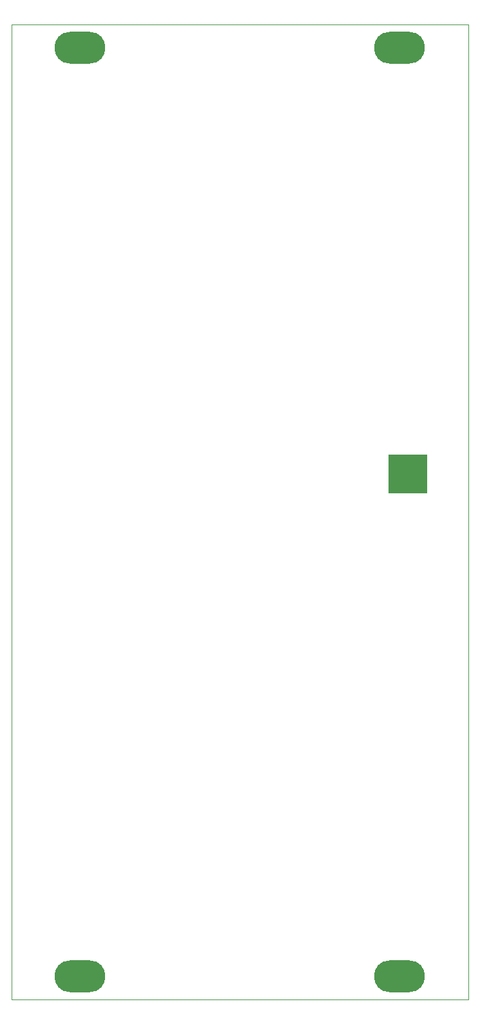
<source format=gts>
G04 #@! TF.GenerationSoftware,KiCad,Pcbnew,(6.0.1)*
G04 #@! TF.CreationDate,2022-09-13T09:45:50+02:00*
G04 #@! TF.ProjectId,MS20-VCF,4d533230-2d56-4434-962e-6b696361645f,rev?*
G04 #@! TF.SameCoordinates,Original*
G04 #@! TF.FileFunction,Soldermask,Top*
G04 #@! TF.FilePolarity,Negative*
%FSLAX46Y46*%
G04 Gerber Fmt 4.6, Leading zero omitted, Abs format (unit mm)*
G04 Created by KiCad (PCBNEW (6.0.1)) date 2022-09-13 09:45:50*
%MOMM*%
%LPD*%
G01*
G04 APERTURE LIST*
%ADD10C,0.100000*%
G04 #@! TA.AperFunction,Profile*
%ADD11C,0.050000*%
G04 #@! TD*
%ADD12O,6.700000X4.200000*%
G04 APERTURE END LIST*
D10*
X226500000Y-84000000D02*
X231500000Y-84000000D01*
X231500000Y-84000000D02*
X231500000Y-89000000D01*
X231500000Y-89000000D02*
X226500000Y-89000000D01*
X226500000Y-89000000D02*
X226500000Y-84000000D01*
G36*
X231500000Y-89000000D02*
G01*
X226500000Y-89000000D01*
X226500000Y-84000000D01*
X231500000Y-84000000D01*
X231500000Y-89000000D01*
G37*
X231500000Y-89000000D02*
X226500000Y-89000000D01*
X226500000Y-84000000D01*
X231500000Y-84000000D01*
X231500000Y-89000000D01*
D11*
X237000000Y-27500000D02*
X237000000Y-155500000D01*
X177000000Y-155500000D02*
X176999999Y-151000001D01*
X177000000Y-27500000D02*
X176999999Y-151000001D01*
X237000000Y-155500000D02*
X177000000Y-155500000D01*
X177000000Y-27500000D02*
X237000000Y-27500000D01*
D12*
X186000000Y-30500000D03*
X228000000Y-30500000D03*
X228000000Y-152500000D03*
X186000000Y-152500000D03*
M02*

</source>
